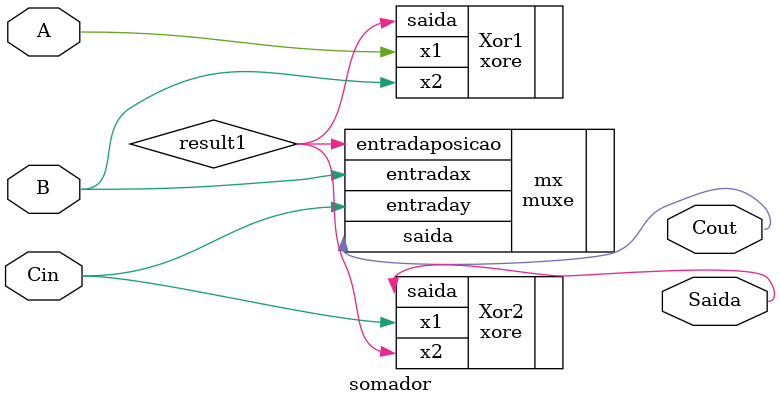
<source format=sv>
module somador(A,B,Cin,Saida,Cout);

	input A,B,Cin;
	output logic Saida, Cout;
	
	logic result1;
	
	xore Xor1(
		.x1(A),
		.x2(B),
		.saida(result1)
	);
	
	xore Xor2(
		.x1(Cin),
		.x2(result1),
		.saida(Saida)
	);
	
	muxe mx(
		.entradax(B),
		.entraday(Cin),
		.entradaposicao(result1),
		.saida(Cout)
	);

endmodule

</source>
